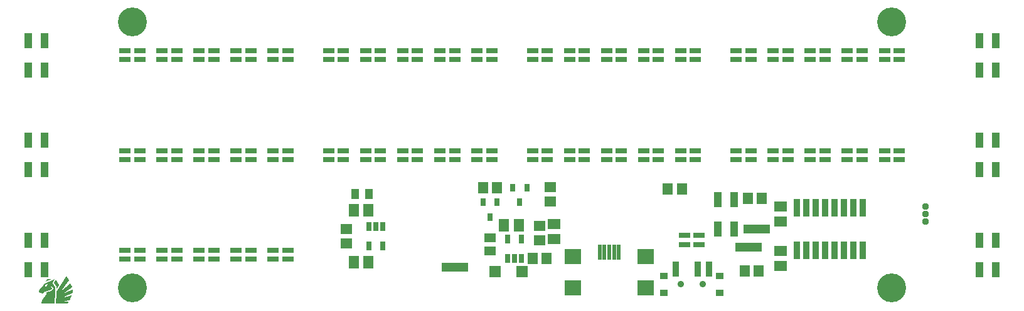
<source format=gbr>
G04 EAGLE Gerber RS-274X export*
G75*
%MOMM*%
%FSLAX34Y34*%
%LPD*%
%INSoldermask Top*%
%IPPOS*%
%AMOC8*
5,1,8,0,0,1.08239X$1,22.5*%
G01*
%ADD10R,1.101600X2.101600*%
%ADD11R,0.861600X2.371600*%
%ADD12R,1.601600X0.801600*%
%ADD13R,0.501600X2.101600*%
%ADD14R,2.301600X2.001600*%
%ADD15R,1.701600X1.401600*%
%ADD16R,1.401600X1.601600*%
%ADD17R,0.651600X1.301600*%
%ADD18R,1.601600X1.401600*%
%ADD19R,1.401600X1.701600*%
%ADD20R,1.566900X1.266200*%
%ADD21R,1.501600X1.501600*%
%ADD22R,0.901600X2.101600*%
%ADD23R,1.001600X0.901600*%
%ADD24R,1.101600X0.901600*%
%ADD25C,0.901600*%
%ADD26R,0.736600X1.117600*%
%ADD27R,3.631600X1.301600*%
%ADD28R,1.001600X1.401600*%
%ADD29P,0.981078X8X22.500000*%
%ADD30C,3.901600*%

G36*
X-87676Y-381031D02*
X-87676Y-381031D01*
X-87662Y-381032D01*
X-86062Y-379132D01*
X-86061Y-379099D01*
X-86052Y-379088D01*
X-86152Y-378688D01*
X-86194Y-378654D01*
X-86196Y-378651D01*
X-91551Y-378254D01*
X-91551Y-377642D01*
X-84393Y-376549D01*
X-84368Y-376524D01*
X-84356Y-376521D01*
X-81556Y-370621D01*
X-81566Y-370571D01*
X-81565Y-370565D01*
X-81865Y-370265D01*
X-81902Y-370260D01*
X-81911Y-370252D01*
X-91160Y-372440D01*
X-91245Y-371929D01*
X-80579Y-366844D01*
X-80573Y-366834D01*
X-80565Y-366835D01*
X-80365Y-366635D01*
X-80362Y-366608D01*
X-80351Y-366600D01*
X-80351Y-362400D01*
X-80372Y-362372D01*
X-80373Y-362359D01*
X-80673Y-362159D01*
X-80710Y-362161D01*
X-80721Y-362155D01*
X-92490Y-367641D01*
X-92626Y-367505D01*
X-81470Y-358839D01*
X-81462Y-358808D01*
X-81453Y-358802D01*
X-81453Y-358801D01*
X-81451Y-358800D01*
X-81451Y-358300D01*
X-81459Y-358290D01*
X-81454Y-358282D01*
X-83254Y-353582D01*
X-83285Y-353563D01*
X-83290Y-353552D01*
X-83790Y-353452D01*
X-83819Y-353465D01*
X-83832Y-353463D01*
X-94680Y-362718D01*
X-94844Y-362308D01*
X-84961Y-349530D01*
X-84961Y-349508D01*
X-84951Y-349500D01*
X-84951Y-349200D01*
X-84962Y-349185D01*
X-84958Y-349175D01*
X-88458Y-343275D01*
X-88492Y-343261D01*
X-88500Y-343251D01*
X-89000Y-343251D01*
X-89030Y-343273D01*
X-89042Y-343275D01*
X-101942Y-364875D01*
X-101942Y-364880D01*
X-101945Y-364882D01*
X-101941Y-364887D01*
X-101940Y-364893D01*
X-101949Y-364900D01*
X-101949Y-367497D01*
X-103349Y-380995D01*
X-103318Y-381046D01*
X-103308Y-381039D01*
X-103300Y-381049D01*
X-87700Y-381049D01*
X-87676Y-381031D01*
G37*
G36*
X-105153Y-381014D02*
X-105153Y-381014D01*
X-105157Y-381009D01*
X-105151Y-381005D01*
X-103551Y-366105D01*
X-103554Y-366101D01*
X-103551Y-366099D01*
X-103751Y-358799D01*
X-103763Y-358783D01*
X-103759Y-358772D01*
X-107353Y-353482D01*
X-107449Y-352808D01*
X-104956Y-347722D01*
X-104956Y-347720D01*
X-104959Y-347706D01*
X-104951Y-347692D01*
X-104963Y-347686D01*
X-104967Y-347663D01*
X-104995Y-347669D01*
X-105003Y-347658D01*
X-105015Y-347658D01*
X-105016Y-347658D01*
X-105020Y-347655D01*
X-119520Y-354255D01*
X-119536Y-354284D01*
X-119548Y-354293D01*
X-119546Y-354295D01*
X-119549Y-354297D01*
X-119748Y-357573D01*
X-125328Y-361460D01*
X-125334Y-361477D01*
X-125337Y-361480D01*
X-125335Y-361482D01*
X-125337Y-361486D01*
X-125349Y-361493D01*
X-125949Y-365493D01*
X-125920Y-365545D01*
X-125919Y-365544D01*
X-125919Y-365545D01*
X-120919Y-367645D01*
X-120871Y-367633D01*
X-120864Y-367634D01*
X-118873Y-365543D01*
X-110184Y-362647D01*
X-110172Y-362629D01*
X-110160Y-362628D01*
X-108460Y-360228D01*
X-108461Y-360193D01*
X-108454Y-360182D01*
X-109448Y-357698D01*
X-109181Y-356899D01*
X-106747Y-359820D01*
X-106651Y-360587D01*
X-109130Y-363958D01*
X-115614Y-365953D01*
X-115649Y-366001D01*
X-115648Y-366002D01*
X-115649Y-366002D01*
X-115550Y-367985D01*
X-121840Y-376471D01*
X-121839Y-376487D01*
X-121849Y-376492D01*
X-122549Y-380792D01*
X-122521Y-380845D01*
X-122509Y-380838D01*
X-122501Y-380849D01*
X-105201Y-381049D01*
X-105153Y-381014D01*
G37*
G36*
X-101788Y-360828D02*
X-101788Y-360828D01*
X-101757Y-360824D01*
X-99057Y-356024D01*
X-99060Y-356003D01*
X-99051Y-355994D01*
X-99151Y-355194D01*
X-99162Y-355183D01*
X-99158Y-355174D01*
X-103258Y-348674D01*
X-103265Y-348671D01*
X-103266Y-348664D01*
X-103278Y-348666D01*
X-103314Y-348653D01*
X-103322Y-348674D01*
X-103344Y-348677D01*
X-105644Y-353077D01*
X-105637Y-353117D01*
X-105640Y-353128D01*
X-101949Y-358416D01*
X-101849Y-360802D01*
X-101837Y-360816D01*
X-101835Y-360835D01*
X-101823Y-360833D01*
X-101811Y-360848D01*
X-101788Y-360828D01*
G37*
G36*
X-109280Y-347745D02*
X-109280Y-347745D01*
X-109269Y-347726D01*
X-109252Y-347712D01*
X-109258Y-347705D01*
X-109251Y-347693D01*
X-109280Y-347677D01*
X-109301Y-347651D01*
X-114601Y-347751D01*
X-114630Y-347774D01*
X-114643Y-347775D01*
X-116443Y-350875D01*
X-116441Y-350892D01*
X-116449Y-350907D01*
X-116438Y-350913D01*
X-116435Y-350934D01*
X-116406Y-350931D01*
X-116380Y-350945D01*
X-109280Y-347745D01*
G37*
%LPC*%
G36*
X-117644Y-357873D02*
X-117644Y-357873D01*
X-117157Y-355636D01*
X-114412Y-354558D01*
X-114056Y-354913D01*
X-114740Y-356963D01*
X-117298Y-358046D01*
X-117644Y-357873D01*
G37*
%LPD*%
D10*
X-140000Y-25000D03*
X-140000Y-65000D03*
X-118000Y-65000D03*
X-118000Y-25000D03*
X-140000Y-160000D03*
X-140000Y-200000D03*
X-118000Y-200000D03*
X-118000Y-160000D03*
X-140000Y-295000D03*
X-140000Y-335000D03*
X-118000Y-335000D03*
X-118000Y-295000D03*
X1165000Y-65000D03*
X1165000Y-25000D03*
X1143000Y-25000D03*
X1143000Y-65000D03*
X1165000Y-200000D03*
X1165000Y-160000D03*
X1143000Y-160000D03*
X1143000Y-200000D03*
X1165000Y-335000D03*
X1165000Y-295000D03*
X1143000Y-295000D03*
X1143000Y-335000D03*
D11*
X896550Y-308650D03*
X909250Y-308650D03*
X921950Y-308650D03*
X934650Y-308650D03*
X947350Y-308650D03*
X960050Y-308650D03*
X972750Y-308650D03*
X985450Y-308650D03*
X985450Y-251350D03*
X972750Y-251350D03*
X960050Y-251350D03*
X947350Y-251350D03*
X934650Y-251350D03*
X921950Y-251350D03*
X909250Y-251350D03*
X896550Y-251350D03*
D12*
X-10000Y-51000D03*
X-10000Y-39000D03*
X10000Y-39000D03*
X10000Y-51000D03*
X40000Y-51000D03*
X40000Y-39000D03*
X60000Y-39000D03*
X60000Y-51000D03*
X90000Y-51000D03*
X90000Y-39000D03*
X110000Y-39000D03*
X110000Y-51000D03*
X140000Y-51000D03*
X140000Y-39000D03*
X160000Y-39000D03*
X160000Y-51000D03*
X190000Y-51000D03*
X190000Y-39000D03*
X210000Y-39000D03*
X210000Y-51000D03*
X265000Y-51000D03*
X265000Y-39000D03*
X285000Y-39000D03*
X285000Y-51000D03*
X315000Y-51000D03*
X315000Y-39000D03*
X335000Y-39000D03*
X335000Y-51000D03*
X365000Y-51000D03*
X365000Y-39000D03*
X385000Y-39000D03*
X385000Y-51000D03*
X415000Y-51000D03*
X415000Y-39000D03*
X435000Y-39000D03*
X435000Y-51000D03*
X465000Y-51000D03*
X465000Y-39000D03*
X485000Y-39000D03*
X485000Y-51000D03*
X540000Y-51000D03*
X540000Y-39000D03*
X560000Y-39000D03*
X560000Y-51000D03*
X590000Y-51000D03*
X590000Y-39000D03*
X610000Y-39000D03*
X610000Y-51000D03*
X640000Y-51000D03*
X640000Y-39000D03*
X660000Y-39000D03*
X660000Y-51000D03*
X690000Y-51000D03*
X690000Y-39000D03*
X710000Y-39000D03*
X710000Y-51000D03*
X740000Y-51000D03*
X740000Y-39000D03*
X760000Y-39000D03*
X760000Y-51000D03*
X815000Y-51000D03*
X815000Y-39000D03*
X835000Y-39000D03*
X835000Y-51000D03*
X865000Y-51000D03*
X865000Y-39000D03*
X885000Y-39000D03*
X885000Y-51000D03*
X915000Y-51000D03*
X915000Y-39000D03*
X935000Y-39000D03*
X935000Y-51000D03*
X965000Y-51000D03*
X965000Y-39000D03*
X985000Y-39000D03*
X985000Y-51000D03*
X1015000Y-51000D03*
X1015000Y-39000D03*
X1035000Y-39000D03*
X1035000Y-51000D03*
X-10000Y-186000D03*
X-10000Y-174000D03*
X10000Y-174000D03*
X10000Y-186000D03*
X40000Y-186000D03*
X40000Y-174000D03*
X60000Y-174000D03*
X60000Y-186000D03*
X90000Y-186000D03*
X90000Y-174000D03*
X110000Y-174000D03*
X110000Y-186000D03*
X140000Y-186000D03*
X140000Y-174000D03*
X160000Y-174000D03*
X160000Y-186000D03*
X190000Y-186000D03*
X190000Y-174000D03*
X210000Y-174000D03*
X210000Y-186000D03*
X265000Y-186000D03*
X265000Y-174000D03*
X285000Y-174000D03*
X285000Y-186000D03*
X315000Y-186000D03*
X315000Y-174000D03*
X335000Y-174000D03*
X335000Y-186000D03*
X365000Y-186000D03*
X365000Y-174000D03*
X385000Y-174000D03*
X385000Y-186000D03*
X415000Y-186000D03*
X415000Y-174000D03*
X435000Y-174000D03*
X435000Y-186000D03*
X465000Y-186000D03*
X465000Y-174000D03*
X485000Y-174000D03*
X485000Y-186000D03*
X540000Y-186000D03*
X540000Y-174000D03*
X560000Y-174000D03*
X560000Y-186000D03*
X590000Y-186000D03*
X590000Y-174000D03*
X610000Y-174000D03*
X610000Y-186000D03*
X640000Y-186000D03*
X640000Y-174000D03*
X660000Y-174000D03*
X660000Y-186000D03*
X690000Y-186000D03*
X690000Y-174000D03*
X710000Y-174000D03*
X710000Y-186000D03*
X740000Y-186000D03*
X740000Y-174000D03*
X760000Y-174000D03*
X760000Y-186000D03*
X815000Y-186000D03*
X815000Y-174000D03*
X835000Y-174000D03*
X835000Y-186000D03*
X865000Y-186000D03*
X865000Y-174000D03*
X885000Y-174000D03*
X885000Y-186000D03*
X915000Y-186000D03*
X915000Y-174000D03*
X935000Y-174000D03*
X935000Y-186000D03*
X965000Y-186000D03*
X965000Y-174000D03*
X985000Y-174000D03*
X985000Y-186000D03*
X1015000Y-186000D03*
X1015000Y-174000D03*
X1035000Y-174000D03*
X1035000Y-186000D03*
X-10000Y-321000D03*
X-10000Y-309000D03*
X10000Y-309000D03*
X10000Y-321000D03*
X40000Y-321000D03*
X40000Y-309000D03*
X60000Y-309000D03*
X60000Y-321000D03*
X90000Y-321000D03*
X90000Y-309000D03*
X110000Y-309000D03*
X110000Y-321000D03*
X140000Y-321000D03*
X140000Y-309000D03*
X160000Y-309000D03*
X160000Y-321000D03*
X190000Y-321000D03*
X190000Y-309000D03*
X210000Y-309000D03*
X210000Y-321000D03*
D13*
X643800Y-311800D03*
X650300Y-311800D03*
X656800Y-311800D03*
X637300Y-311800D03*
X630800Y-311800D03*
D14*
X692800Y-359800D03*
X594800Y-359800D03*
X594800Y-317800D03*
X692800Y-317800D03*
D15*
X875000Y-250000D03*
X875000Y-270000D03*
X875000Y-310000D03*
X875000Y-330000D03*
D16*
X849500Y-239000D03*
X830500Y-239000D03*
D10*
X790000Y-240000D03*
X790000Y-280000D03*
X812000Y-280000D03*
X812000Y-240000D03*
D17*
X338300Y-276999D03*
X328800Y-276999D03*
X319300Y-276999D03*
X319300Y-303001D03*
X338300Y-303001D03*
D18*
X288800Y-280500D03*
X288800Y-299500D03*
D19*
X318800Y-255000D03*
X298800Y-255000D03*
X318800Y-325000D03*
X298800Y-325000D03*
D12*
X745000Y-301000D03*
X745000Y-289000D03*
X765000Y-289000D03*
X765000Y-301000D03*
D15*
X568800Y-293750D03*
X568800Y-273750D03*
D20*
X482800Y-292246D03*
X482800Y-309754D03*
D21*
X526300Y-338000D03*
X489300Y-338000D03*
D19*
X501800Y-275000D03*
X521800Y-275000D03*
D22*
X763230Y-334000D03*
D23*
X717000Y-343750D03*
D24*
X717500Y-366250D03*
D23*
X793000Y-343750D03*
D24*
X792500Y-366250D03*
D22*
X733230Y-334000D03*
X778230Y-334000D03*
D25*
X740000Y-355000D03*
X770000Y-355000D03*
D16*
X741500Y-226000D03*
X722500Y-226000D03*
X826500Y-337000D03*
X845500Y-337000D03*
D26*
X483000Y-264000D03*
X473500Y-244000D03*
X492500Y-244000D03*
D16*
X492500Y-224000D03*
X473500Y-224000D03*
D26*
X523000Y-244000D03*
X513500Y-224000D03*
X532500Y-224000D03*
D18*
X564000Y-242500D03*
X564000Y-223500D03*
D17*
X506500Y-320001D03*
X516000Y-320001D03*
X525500Y-320001D03*
X525500Y-293999D03*
X506500Y-293999D03*
D16*
X540250Y-320000D03*
X559250Y-320000D03*
D18*
X550000Y-276250D03*
X550000Y-295250D03*
D27*
X831700Y-305100D03*
X435700Y-332100D03*
X842700Y-280100D03*
D28*
X319500Y-233000D03*
X300500Y-233000D03*
D29*
X1070000Y-250000D03*
D30*
X0Y0D03*
X1025000Y0D03*
X1025000Y-360000D03*
X0Y-360000D03*
D29*
X1070000Y-270000D03*
X1070000Y-260000D03*
M02*

</source>
